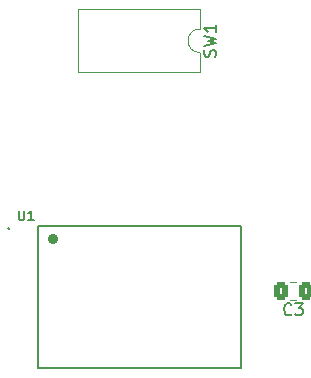
<source format=gbr>
G04 #@! TF.GenerationSoftware,KiCad,Pcbnew,(7.0.0-0)*
G04 #@! TF.CreationDate,2023-03-15T12:54:38-07:00*
G04 #@! TF.ProjectId,qcard-multicart,71636172-642d-46d7-956c-746963617274,3*
G04 #@! TF.SameCoordinates,Original*
G04 #@! TF.FileFunction,Legend,Top*
G04 #@! TF.FilePolarity,Positive*
%FSLAX46Y46*%
G04 Gerber Fmt 4.6, Leading zero omitted, Abs format (unit mm)*
G04 Created by KiCad (PCBNEW (7.0.0-0)) date 2023-03-15 12:54:38*
%MOMM*%
%LPD*%
G01*
G04 APERTURE LIST*
G04 Aperture macros list*
%AMRoundRect*
0 Rectangle with rounded corners*
0 $1 Rounding radius*
0 $2 $3 $4 $5 $6 $7 $8 $9 X,Y pos of 4 corners*
0 Add a 4 corners polygon primitive as box body*
4,1,4,$2,$3,$4,$5,$6,$7,$8,$9,$2,$3,0*
0 Add four circle primitives for the rounded corners*
1,1,$1+$1,$2,$3*
1,1,$1+$1,$4,$5*
1,1,$1+$1,$6,$7*
1,1,$1+$1,$8,$9*
0 Add four rect primitives between the rounded corners*
20,1,$1+$1,$2,$3,$4,$5,0*
20,1,$1+$1,$4,$5,$6,$7,0*
20,1,$1+$1,$6,$7,$8,$9,0*
20,1,$1+$1,$8,$9,$2,$3,0*%
G04 Aperture macros list end*
%ADD10C,0.150000*%
%ADD11C,0.200000*%
%ADD12C,0.127000*%
%ADD13C,0.120000*%
%ADD14R,1.540000X0.280000*%
%ADD15C,6.400000*%
%ADD16R,1.600000X1.600000*%
%ADD17O,1.600000X1.600000*%
%ADD18RoundRect,0.375000X-0.375000X-4.625000X0.375000X-4.625000X0.375000X4.625000X-0.375000X4.625000X0*%
%ADD19RoundRect,0.250000X0.337500X0.475000X-0.337500X0.475000X-0.337500X-0.475000X0.337500X-0.475000X0*%
G04 APERTURE END LIST*
D10*
X86790476Y-50693904D02*
X86790476Y-51341523D01*
X86790476Y-51341523D02*
X86828571Y-51417714D01*
X86828571Y-51417714D02*
X86866666Y-51455809D01*
X86866666Y-51455809D02*
X86942857Y-51493904D01*
X86942857Y-51493904D02*
X87095238Y-51493904D01*
X87095238Y-51493904D02*
X87171428Y-51455809D01*
X87171428Y-51455809D02*
X87209523Y-51417714D01*
X87209523Y-51417714D02*
X87247619Y-51341523D01*
X87247619Y-51341523D02*
X87247619Y-50693904D01*
X88047618Y-51493904D02*
X87590475Y-51493904D01*
X87819047Y-51493904D02*
X87819047Y-50693904D01*
X87819047Y-50693904D02*
X87742856Y-50808190D01*
X87742856Y-50808190D02*
X87666666Y-50884380D01*
X87666666Y-50884380D02*
X87590475Y-50922476D01*
X103449761Y-37643332D02*
X103497380Y-37500475D01*
X103497380Y-37500475D02*
X103497380Y-37262380D01*
X103497380Y-37262380D02*
X103449761Y-37167142D01*
X103449761Y-37167142D02*
X103402142Y-37119523D01*
X103402142Y-37119523D02*
X103306904Y-37071904D01*
X103306904Y-37071904D02*
X103211666Y-37071904D01*
X103211666Y-37071904D02*
X103116428Y-37119523D01*
X103116428Y-37119523D02*
X103068809Y-37167142D01*
X103068809Y-37167142D02*
X103021190Y-37262380D01*
X103021190Y-37262380D02*
X102973571Y-37452856D01*
X102973571Y-37452856D02*
X102925952Y-37548094D01*
X102925952Y-37548094D02*
X102878333Y-37595713D01*
X102878333Y-37595713D02*
X102783095Y-37643332D01*
X102783095Y-37643332D02*
X102687857Y-37643332D01*
X102687857Y-37643332D02*
X102592619Y-37595713D01*
X102592619Y-37595713D02*
X102545000Y-37548094D01*
X102545000Y-37548094D02*
X102497380Y-37452856D01*
X102497380Y-37452856D02*
X102497380Y-37214761D01*
X102497380Y-37214761D02*
X102545000Y-37071904D01*
X102497380Y-36738570D02*
X103497380Y-36500475D01*
X103497380Y-36500475D02*
X102783095Y-36309999D01*
X102783095Y-36309999D02*
X103497380Y-36119523D01*
X103497380Y-36119523D02*
X102497380Y-35881428D01*
X103497380Y-34976666D02*
X103497380Y-35548094D01*
X103497380Y-35262380D02*
X102497380Y-35262380D01*
X102497380Y-35262380D02*
X102640238Y-35357618D01*
X102640238Y-35357618D02*
X102735476Y-35452856D01*
X102735476Y-35452856D02*
X102783095Y-35548094D01*
X109870833Y-59452142D02*
X109823214Y-59499761D01*
X109823214Y-59499761D02*
X109680357Y-59547380D01*
X109680357Y-59547380D02*
X109585119Y-59547380D01*
X109585119Y-59547380D02*
X109442262Y-59499761D01*
X109442262Y-59499761D02*
X109347024Y-59404523D01*
X109347024Y-59404523D02*
X109299405Y-59309285D01*
X109299405Y-59309285D02*
X109251786Y-59118809D01*
X109251786Y-59118809D02*
X109251786Y-58975952D01*
X109251786Y-58975952D02*
X109299405Y-58785476D01*
X109299405Y-58785476D02*
X109347024Y-58690238D01*
X109347024Y-58690238D02*
X109442262Y-58595000D01*
X109442262Y-58595000D02*
X109585119Y-58547380D01*
X109585119Y-58547380D02*
X109680357Y-58547380D01*
X109680357Y-58547380D02*
X109823214Y-58595000D01*
X109823214Y-58595000D02*
X109870833Y-58642619D01*
X110204167Y-58547380D02*
X110823214Y-58547380D01*
X110823214Y-58547380D02*
X110489881Y-58928333D01*
X110489881Y-58928333D02*
X110632738Y-58928333D01*
X110632738Y-58928333D02*
X110727976Y-58975952D01*
X110727976Y-58975952D02*
X110775595Y-59023571D01*
X110775595Y-59023571D02*
X110823214Y-59118809D01*
X110823214Y-59118809D02*
X110823214Y-59356904D01*
X110823214Y-59356904D02*
X110775595Y-59452142D01*
X110775595Y-59452142D02*
X110727976Y-59499761D01*
X110727976Y-59499761D02*
X110632738Y-59547380D01*
X110632738Y-59547380D02*
X110347024Y-59547380D01*
X110347024Y-59547380D02*
X110251786Y-59499761D01*
X110251786Y-59499761D02*
X110204167Y-59452142D01*
D11*
X88400000Y-52000000D02*
X105600000Y-52000000D01*
X88400000Y-64000000D02*
X88400000Y-52000000D01*
X105600000Y-52000000D02*
X105600000Y-64000000D01*
X105600000Y-64000000D02*
X88400000Y-64000000D01*
D12*
X86023500Y-52234000D02*
G75*
G03*
X86023500Y-52234000I-63500J0D01*
G01*
D11*
X89841419Y-53000000D02*
G75*
G03*
X89841419Y-53000000I-141419J0D01*
G01*
X89841419Y-53100000D02*
G75*
G03*
X89841419Y-53100000I-141419J0D01*
G01*
X89982841Y-53100000D02*
G75*
G03*
X89982841Y-53100000I-282841J0D01*
G01*
X90060553Y-53100000D02*
G75*
G03*
X90060553Y-53100000I-360553J0D01*
G01*
X89800000Y-53200000D02*
G75*
G03*
X89800000Y-53200000I-100000J0D01*
G01*
D13*
X102130000Y-33660000D02*
X91850000Y-33660000D01*
X91850000Y-33660000D02*
X91850000Y-38960000D01*
X102130000Y-35310000D02*
X102130000Y-33660000D01*
X102130000Y-38960000D02*
X102130000Y-37310000D01*
X91850000Y-38960000D02*
X102130000Y-38960000D01*
X102130000Y-35310000D02*
G75*
G03*
X102130000Y-37310000I0J-1000000D01*
G01*
X110298752Y-58235000D02*
X109776248Y-58235000D01*
X110298752Y-56765000D02*
X109776248Y-56765000D01*
%LPC*%
D14*
X87309999Y-52249999D03*
X87309999Y-52749999D03*
X87309999Y-53249999D03*
X87309999Y-53749999D03*
X87309999Y-54249999D03*
X87309999Y-54749999D03*
X87309999Y-55249999D03*
X87309999Y-55749999D03*
X87309999Y-56249999D03*
X87309999Y-56749999D03*
X87309999Y-57249999D03*
X87309999Y-57749999D03*
X87309999Y-58249999D03*
X87309999Y-58749999D03*
X87309999Y-59249999D03*
X87309999Y-59749999D03*
X87309999Y-60249999D03*
X87309999Y-60749999D03*
X87309999Y-61249999D03*
X87309999Y-61749999D03*
X87309999Y-62249999D03*
X87309999Y-62749999D03*
X87309999Y-63249999D03*
X87309999Y-63749999D03*
X106689999Y-63749999D03*
X106689999Y-63249999D03*
X106689999Y-62749999D03*
X106689999Y-62249999D03*
X106689999Y-61749999D03*
X106689999Y-61249999D03*
X106689999Y-60749999D03*
X106689999Y-60249999D03*
X106689999Y-59749999D03*
X106689999Y-59249999D03*
X106689999Y-58749999D03*
X106689999Y-58249999D03*
X106689999Y-57749999D03*
X106689999Y-57249999D03*
X106689999Y-56749999D03*
X106689999Y-56249999D03*
X106689999Y-55749999D03*
X106689999Y-55249999D03*
X106689999Y-54749999D03*
X106689999Y-54249999D03*
X106689999Y-53749999D03*
X106689999Y-53249999D03*
X106689999Y-52749999D03*
X106689999Y-52249999D03*
D15*
X74000000Y-54000000D03*
X120000000Y-54000000D03*
D16*
X100799999Y-32499999D03*
D17*
X98259999Y-32499999D03*
X95719999Y-32499999D03*
X93179999Y-32499999D03*
X93179999Y-40119999D03*
X95719999Y-40119999D03*
X98259999Y-40119999D03*
X100799999Y-40119999D03*
D18*
X75410000Y-75500000D03*
X77950000Y-75500000D03*
X80490000Y-75500000D03*
X83030000Y-75500000D03*
X85570000Y-75500000D03*
X88110000Y-75500000D03*
X90650000Y-75500000D03*
X93190000Y-75500000D03*
X95730000Y-75500000D03*
X98270000Y-75500000D03*
X100810000Y-75500000D03*
X103350000Y-75500000D03*
X105890000Y-75500000D03*
X108430000Y-75500000D03*
X110970000Y-75500000D03*
X113510000Y-75500000D03*
X116050000Y-75500000D03*
X118590000Y-75500000D03*
D19*
X111075000Y-57500000D03*
X109000000Y-57500000D03*
M02*

</source>
